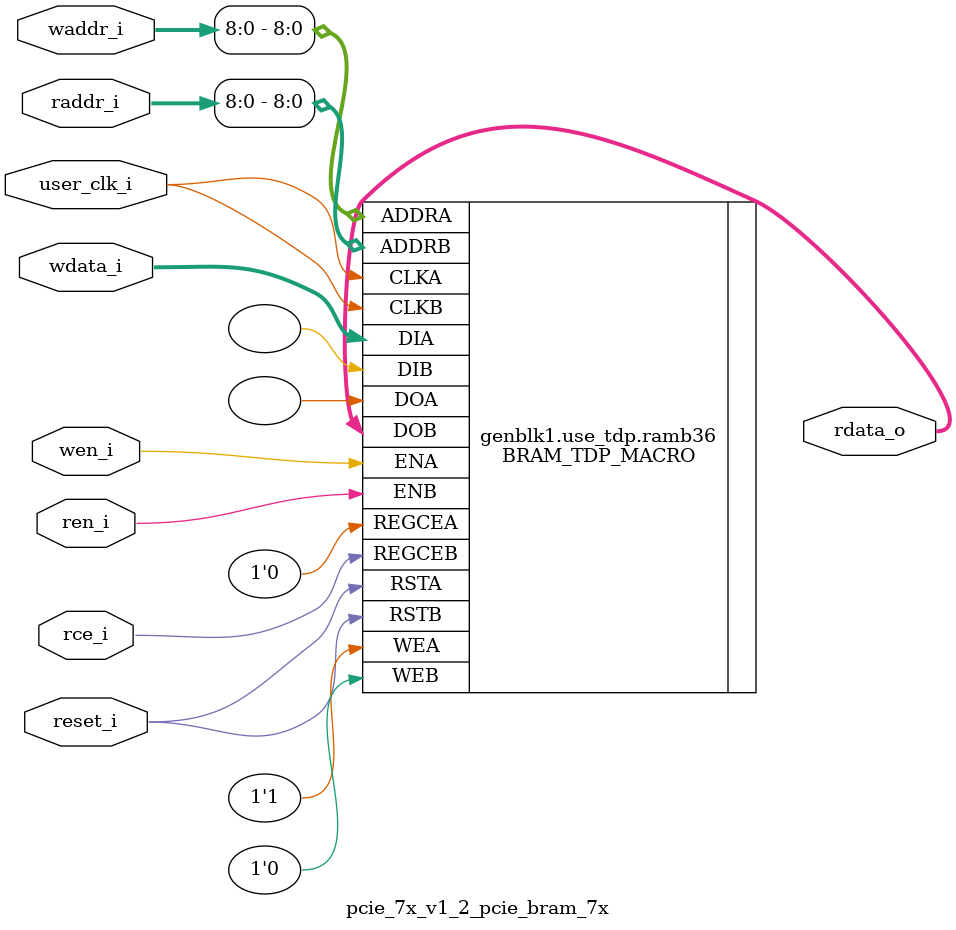
<source format=v>

`timescale 1ps/1ps

module pcie_7x_v1_2_pcie_bram_7x
  #(
    parameter [3:0]  LINK_CAP_MAX_LINK_SPEED = 4'h1,        // PCIe Link Speed : 1 - 2.5 GT/s; 2 - 5.0 GT/s
    parameter [5:0]  LINK_CAP_MAX_LINK_WIDTH = 6'h08,       // PCIe Link Width : 1 / 2 / 4 / 8
    parameter IMPL_TARGET = "HARD",                         // the implementation target : HARD, SOFT
    parameter DOB_REG = 0,                                  // 1 - use the output register;
                                                            // 0 - don't use the output register
    parameter WIDTH = 0                                     // supported WIDTH's : 4, 9, 18, 36 - uses RAMB36
                                                            //                     72 - uses RAMB36SDP
    )
    (
     input               user_clk_i,// user clock
     input               reset_i,   // bram reset

     input               wen_i,     // write enable
     input [12:0]        waddr_i,   // write address
     input [WIDTH - 1:0] wdata_i,   // write data

     input               ren_i,     // read enable
     input               rce_i,     // output register clock enable
     input [12:0]        raddr_i,   // read address

     output [WIDTH - 1:0] rdata_o   // read data
     );

   // map the address bits
   localparam ADDR_MSB = ((WIDTH == 4)  ? 12 :
                          (WIDTH == 9)  ? 11 :
                          (WIDTH == 18) ? 10 :
                          (WIDTH == 36) ?  9 :
                                           8
                          );

   // set the width of the tied off low address bits
   localparam ADDR_LO_BITS = ((WIDTH == 4)  ? 2 :
                              (WIDTH == 9)  ? 3 :
                              (WIDTH == 18) ? 4 :
                              (WIDTH == 36) ? 5 :
                                              0 // for WIDTH 72 use RAMB36SDP
                              );

   // map the data bits
   localparam D_MSB =  ((WIDTH == 4)  ?  3 :
                        (WIDTH == 9)  ?  7 :
                        (WIDTH == 18) ? 15 :
                        (WIDTH == 36) ? 31 :
                                        63
                        );

   // map the data parity bits
   localparam DP_LSB =  D_MSB + 1;

   localparam DP_MSB =  ((WIDTH == 4)  ? 4 :
                         (WIDTH == 9)  ? 8 :
                         (WIDTH == 18) ? 17 :
                         (WIDTH == 36) ? 35 :
                                         71
                        );

   localparam DPW = DP_MSB - DP_LSB + 1;
   localparam WRITE_MODE = ((LINK_CAP_MAX_LINK_SPEED == 4'h2) && (LINK_CAP_MAX_LINK_WIDTH == 6'h08)) ?
                                    "WRITE_FIRST" : "NO_CHANGE";

   localparam DEVICE = (IMPL_TARGET == "HARD") ? "7SERIES" : "VIRTEX6";
   localparam BRAM_SIZE = "36Kb";

   localparam WE_WIDTH =(DEVICE == "VIRTEX5" || DEVICE == "VIRTEX6" || DEVICE == "7SERIES") ?
                            ((WIDTH <= 9) ? 1 :
                             (WIDTH > 9 && WIDTH <= 18) ? 2 :
                             (WIDTH > 18 && WIDTH <= 36) ? 4 :
                             (WIDTH > 36 && WIDTH <= 72) ? 8 :
                             (BRAM_SIZE == "18Kb") ? 4 : 8 ) : 8;

   //synthesis translate_off
   initial begin
      //$display("[%t] %m DOB_REG %0d WIDTH %0d ADDR_MSB %0d ADDR_LO_BITS %0d DP_MSB %0d DP_LSB %0d D_MSB %0d",
      //          $time, DOB_REG,   WIDTH,    ADDR_MSB,    ADDR_LO_BITS,    DP_MSB,    DP_LSB,    D_MSB);

      case (WIDTH)
        4,9,18,36,72:;
        default:
          begin
             $display("[%t] %m Error WIDTH %0d not supported", $time, WIDTH);
             $finish;
          end
      endcase // case (WIDTH)
   end
   //synthesis translate_on

   generate
   if ((LINK_CAP_MAX_LINK_WIDTH == 6'h08 && LINK_CAP_MAX_LINK_SPEED == 4'h2) || (WIDTH == 72)) begin : use_sdp
        BRAM_SDP_MACRO #(
               .DEVICE        (DEVICE),
               .BRAM_SIZE     (BRAM_SIZE),
               .DO_REG        (DOB_REG),
               .READ_WIDTH    (WIDTH),
               .WRITE_WIDTH   (WIDTH),
               .WRITE_MODE    (WRITE_MODE)
               )
        ramb36sdp(
               .DO             (rdata_o[WIDTH-1:0]),
               .DI             (wdata_i[WIDTH-1:0]),
               .RDADDR         (raddr_i[ADDR_MSB:0]),
               .RDCLK          (user_clk_i),
               .RDEN           (ren_i),
               .REGCE          (rce_i),
               .RST            (reset_i),
               .WE             ({WE_WIDTH{1'b1}}),
               .WRADDR         (waddr_i[ADDR_MSB:0]),
               .WRCLK          (user_clk_i),
               .WREN           (wen_i)
               );

    end  // block: use_sdp
    else if (WIDTH <= 36) begin : use_tdp
    // use RAMB36's if the width is 4, 9, 18, or 36
        BRAM_TDP_MACRO #(
               .DEVICE        (DEVICE),
               .BRAM_SIZE     (BRAM_SIZE),
               .DOA_REG       (0),
               .DOB_REG       (DOB_REG),
               .READ_WIDTH_A  (WIDTH),
               .READ_WIDTH_B  (WIDTH),
               .WRITE_WIDTH_A (WIDTH),
               .WRITE_WIDTH_B (WIDTH),
               .WRITE_MODE_A  (WRITE_MODE)
               )
        ramb36(
               .DOA            (),
               .DOB            (rdata_o[WIDTH-1:0]),
               .ADDRA          (waddr_i[ADDR_MSB:0]),
               .ADDRB          (raddr_i[ADDR_MSB:0]),
               .CLKA           (user_clk_i),
               .CLKB           (user_clk_i),
               .DIA            (wdata_i[WIDTH-1:0]),
               .DIB            ({WIDTH{1'b0}}),
               .ENA            (wen_i),
               .ENB            (ren_i),
               .REGCEA         (1'b0),
               .REGCEB         (rce_i),
               .RSTA           (reset_i),
               .RSTB           (reset_i),
               .WEA            ({WE_WIDTH{1'b1}}),
               .WEB            ({WE_WIDTH{1'b0}})
               );
   end // block: use_tdp
   endgenerate

endmodule // pcie_bram_7x

</source>
